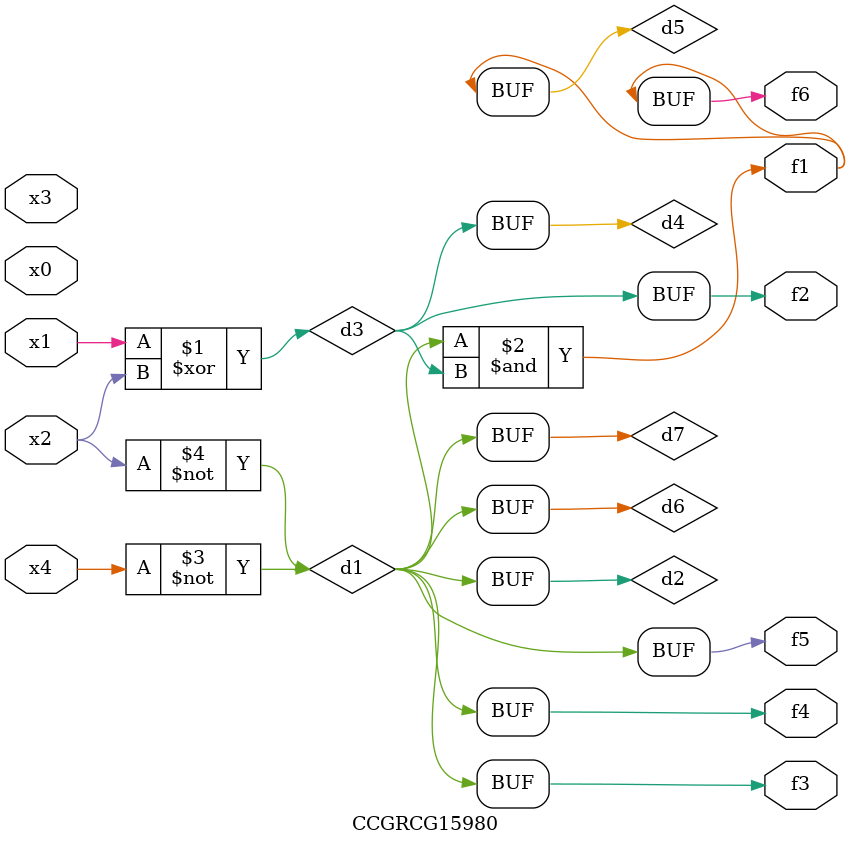
<source format=v>
module CCGRCG15980(
	input x0, x1, x2, x3, x4,
	output f1, f2, f3, f4, f5, f6
);

	wire d1, d2, d3, d4, d5, d6, d7;

	not (d1, x4);
	not (d2, x2);
	xor (d3, x1, x2);
	buf (d4, d3);
	and (d5, d1, d3);
	buf (d6, d1, d2);
	buf (d7, d2);
	assign f1 = d5;
	assign f2 = d4;
	assign f3 = d7;
	assign f4 = d7;
	assign f5 = d7;
	assign f6 = d5;
endmodule

</source>
